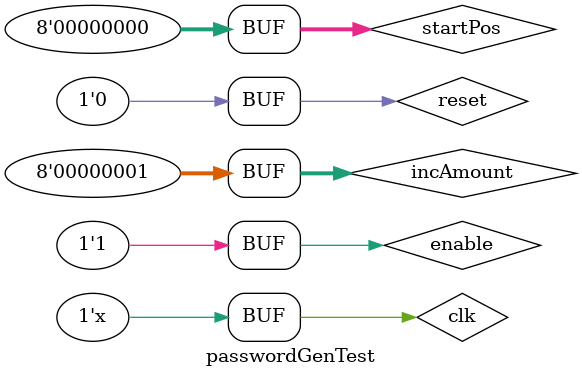
<source format=v>
`timescale 1ns / 1ps
module passwordGenTest;

reg clk;
reg [0:7] startPos = 3'b0;
reg [0:7] incAmount = 3'b1;
reg reset;
reg enable;
wire [0:127] generatedPass;
wire [0:7] passWidth;

PassGen textGenerator(clk, reset, enable, startPos, incAmount, generatedPass, passWidth);

initial begin
    enable = 0;
    clk = 0;
    startPos = 0;
    incAmount = 1;
    reset = 1;
    #5
    reset = 0;
    enable = 1;
end

always begin
    #5 clk = ~clk;
end


endmodule
</source>
